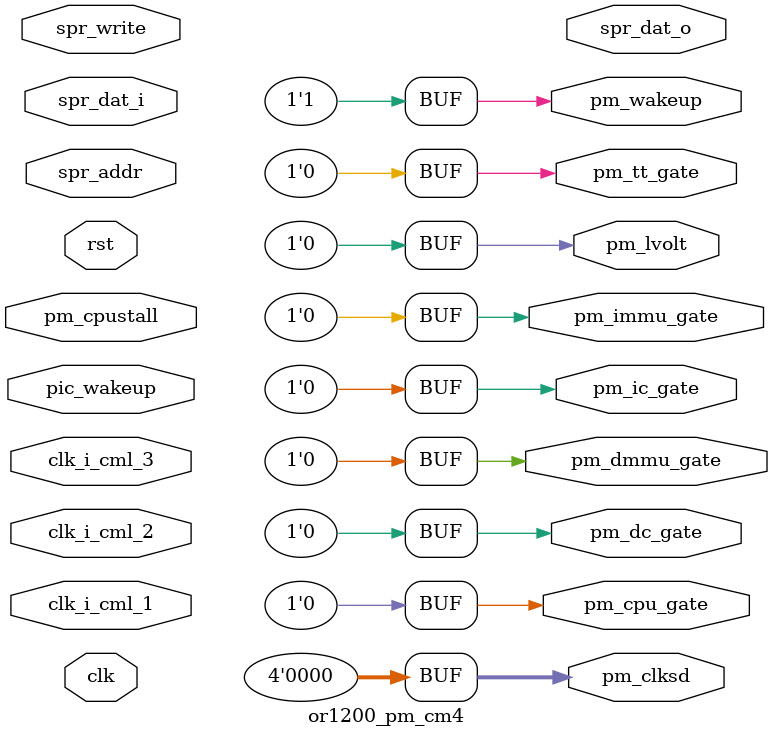
<source format=v>

`include "timescale.v"
// synopsys translate_on
`include "or1200_defines.v"

module or1200_pm_cm4(
		clk_i_cml_1,
		clk_i_cml_2,
		clk_i_cml_3,
		
	// RISC Internal Interface
	clk, rst, pic_wakeup, spr_write, spr_addr, spr_dat_i, spr_dat_o,
	
	// Power Management Interface
	pm_clksd, pm_cpustall, pm_dc_gate, pm_ic_gate, pm_dmmu_gate,
	pm_immu_gate, pm_tt_gate, pm_cpu_gate, pm_wakeup, pm_lvolt
);


input clk_i_cml_1;
input clk_i_cml_2;
input clk_i_cml_3;
reg  spr_write_cml_3;
reg  spr_write_cml_2;
reg  spr_write_cml_1;
reg [ 31 : 0 ] spr_addr_cml_3;
reg [ 31 : 0 ] spr_addr_cml_2;
reg [ 31 : 0 ] spr_addr_cml_1;
reg [ 31 : 0 ] spr_dat_i_cml_3;
reg [ 31 : 0 ] spr_dat_i_cml_2;
reg [ 31 : 0 ] spr_dat_i_cml_1;
reg  pm_cpustall_cml_3;
reg  pm_cpustall_cml_2;
reg  pm_cpustall_cml_1;
reg [ 3 : 0 ] sdf_cml_3;
reg [ 3 : 0 ] sdf_cml_2;
reg [ 3 : 0 ] sdf_cml_1;
reg  dme_cml_3;
reg  dme_cml_2;
reg  dme_cml_1;
reg  sme_cml_3;
reg  sme_cml_2;
reg  sme_cml_1;
reg  dcge_cml_3;
reg  dcge_cml_2;
reg  dcge_cml_1;



//
// RISC Internal Interface
//
input		clk;		// Clock
input		rst;		// Reset
input		pic_wakeup;	// Wakeup from the PIC
input		spr_write;	// SPR Read/Write
input	[31:0]	spr_addr;	// SPR Address
input	[31:0]	spr_dat_i;	// SPR Write Data
output	[31:0]	spr_dat_o;	// SPR Read Data

//
// Power Management Interface
//
input		pm_cpustall;	// Stall the CPU
output	[3:0]	pm_clksd;	// Clock Slowdown factor
output		pm_dc_gate;	// Gate DCache clock
output		pm_ic_gate;	// Gate ICache clock
output		pm_dmmu_gate;	// Gate DMMU clock
output		pm_immu_gate;	// Gate IMMU clock
output		pm_tt_gate;	// Gate Tick Timer clock
output		pm_cpu_gate;	// Gate main RISC/CPU clock
output		pm_wakeup;	// Activate (de-gate) all clocks
output		pm_lvolt;	// Lower operating voltage

`ifdef OR1200_PM_IMPLEMENTED

//
// Power Management Register bits
//
reg	[3:0]	sdf;	// Slow-down factor
reg		dme;	// Doze Mode Enable
reg		sme;	// Sleep Mode Enable
reg		dcge;	// Dynamic Clock Gating Enable

//
// Internal wires
//
wire		pmr_sel; // PMR select

//
// PMR address decoder (partial decoder)
//
`ifdef OR1200_PM_PARTIAL_DECODING

// SynEDA CoreMultiplier
// assignment(s): pmr_sel
// replace(s): spr_addr
assign pmr_sel = (spr_addr_cml_3[`OR1200_SPR_GROUP_BITS] == `OR1200_SPRGRP_PM) ? 1'b1 : 1'b0;
`else
assign pmr_sel = ((spr_addr[`OR1200_SPR_GROUP_BITS] == `OR1200_SPRGRP_PM) &&
		  (spr_addr[`OR1200_SPR_OFS_BITS] == `OR1200_PM_OFS_PMR)) ? 1'b1 : 1'b0;
`endif

//
// Write to PMR and also PMR[DME]/PMR[SME] reset when
// pic_wakeup is asserted
//

// SynEDA CoreMultiplier
// assignment(s): sdf, dme, sme, dcge
// replace(s): spr_write, spr_dat_i, sdf, dme, sme, dcge
always @(posedge clk or posedge rst)
	if (rst)
		{dcge, sme, dme, sdf} <= 7'b0;
	else begin  dcge <= dcge_cml_3; sme <= sme_cml_3; dme <= dme_cml_3; sdf <= sdf_cml_3; if (pmr_sel && spr_write_cml_3) begin
		sdf <= #1 spr_dat_i_cml_3[`OR1200_PM_PMR_SDF];
		dme <= #1 spr_dat_i_cml_3[`OR1200_PM_PMR_DME];
		sme <= #1 spr_dat_i_cml_3[`OR1200_PM_PMR_SME];
		dcge <= #1 spr_dat_i_cml_3[`OR1200_PM_PMR_DCGE];
	end
	else if (pic_wakeup) begin
		dme <= #1 1'b0;
		sme <= #1 1'b0;
	end end

//
// Read PMR
//
`ifdef OR1200_PM_READREGS
assign spr_dat_o[`OR1200_PM_PMR_SDF] = sdf_cml_1;
assign spr_dat_o[`OR1200_PM_PMR_DME] = dme_cml_1;
assign spr_dat_o[`OR1200_PM_PMR_SME] = sme_cml_1;
assign spr_dat_o[`OR1200_PM_PMR_DCGE] = dcge_cml_1;
`ifdef OR1200_PM_UNUSED_ZERO

// SynEDA CoreMultiplier
// assignment(s): spr_dat_o
// replace(s): sdf, dme, sme, dcge
assign spr_dat_o[`OR1200_PM_PMR_UNUSED] = 25'b0;
`endif
`endif

//
// Generate pm_clksd
//

// SynEDA CoreMultiplier
// assignment(s): pm_clksd
// replace(s): sdf
assign pm_clksd = sdf_cml_3;

//
// Statically generate all clock gate outputs
// TODO: add dynamic clock gating feature
//

// SynEDA CoreMultiplier
// assignment(s): pm_cpu_gate
// replace(s): dme, sme
assign pm_cpu_gate = (dme_cml_3 | sme_cml_3) & ~pic_wakeup;
assign pm_dc_gate = pm_cpu_gate;
assign pm_ic_gate = pm_cpu_gate;
assign pm_dmmu_gate = pm_cpu_gate;
assign pm_immu_gate = pm_cpu_gate;

// SynEDA CoreMultiplier
// assignment(s): pm_tt_gate
// replace(s): sme
assign pm_tt_gate = sme_cml_3 & ~pic_wakeup;

//
// Assert pm_wakeup when pic_wakeup is asserted
//
assign pm_wakeup = pic_wakeup;

//
// Assert pm_lvolt when pm_cpu_gate or pm_cpustall are asserted
//

// SynEDA CoreMultiplier
// assignment(s): pm_lvolt
// replace(s): pm_cpustall
assign pm_lvolt = pm_cpu_gate | pm_cpustall_cml_3;

`else

//
// When PM is not implemented, drive all outputs as would when PM is disabled
//
assign pm_clksd = 4'b0;
assign pm_cpu_gate = 1'b0;
assign pm_dc_gate = 1'b0;
assign pm_ic_gate = 1'b0;
assign pm_dmmu_gate = 1'b0;
assign pm_immu_gate = 1'b0;
assign pm_tt_gate = 1'b0;
assign pm_wakeup = 1'b1;
assign pm_lvolt = 1'b0;

//
// Read PMR
//
`ifdef OR1200_PM_READREGS
assign spr_dat_o[`OR1200_PM_PMR_SDF] = 4'b0;
assign spr_dat_o[`OR1200_PM_PMR_DME] = 1'b0;
assign spr_dat_o[`OR1200_PM_PMR_SME] = 1'b0;
assign spr_dat_o[`OR1200_PM_PMR_DCGE] = 1'b0;
`ifdef OR1200_PM_UNUSED_ZERO
assign spr_dat_o[`OR1200_PM_PMR_UNUSED] = 25'b0;
`endif
`endif

`endif


always @ (posedge clk_i_cml_1) begin
spr_write_cml_1 <= spr_write;
spr_addr_cml_1 <= spr_addr;
spr_dat_i_cml_1 <= spr_dat_i;
pm_cpustall_cml_1 <= pm_cpustall;
sdf_cml_1 <= sdf;
dme_cml_1 <= dme;
sme_cml_1 <= sme;
dcge_cml_1 <= dcge;
end
always @ (posedge clk_i_cml_2) begin
spr_write_cml_2 <= spr_write_cml_1;
spr_addr_cml_2 <= spr_addr_cml_1;
spr_dat_i_cml_2 <= spr_dat_i_cml_1;
pm_cpustall_cml_2 <= pm_cpustall_cml_1;
sdf_cml_2 <= sdf_cml_1;
dme_cml_2 <= dme_cml_1;
sme_cml_2 <= sme_cml_1;
dcge_cml_2 <= dcge_cml_1;
end
always @ (posedge clk_i_cml_3) begin
spr_write_cml_3 <= spr_write_cml_2;
spr_addr_cml_3 <= spr_addr_cml_2;
spr_dat_i_cml_3 <= spr_dat_i_cml_2;
pm_cpustall_cml_3 <= pm_cpustall_cml_2;
sdf_cml_3 <= sdf_cml_2;
dme_cml_3 <= dme_cml_2;
sme_cml_3 <= sme_cml_2;
dcge_cml_3 <= dcge_cml_2;
end
endmodule


</source>
